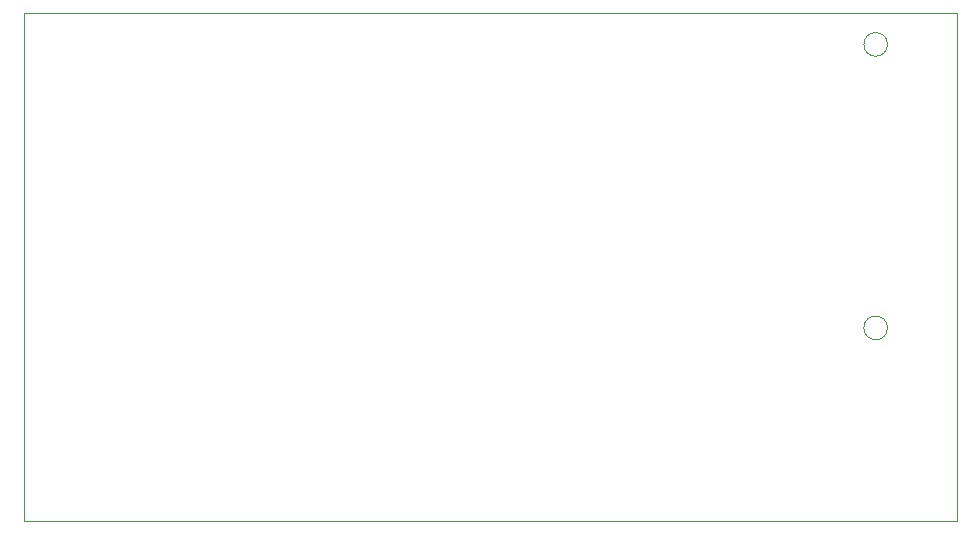
<source format=gm1>
%TF.GenerationSoftware,KiCad,Pcbnew,7.0.1*%
%TF.CreationDate,2023-03-22T16:32:41+01:00*%
%TF.ProjectId,iaq_device,6961715f-6465-4766-9963-652e6b696361,rev?*%
%TF.SameCoordinates,Original*%
%TF.FileFunction,Profile,NP*%
%FSLAX46Y46*%
G04 Gerber Fmt 4.6, Leading zero omitted, Abs format (unit mm)*
G04 Created by KiCad (PCBNEW 7.0.1) date 2023-03-22 16:32:41*
%MOMM*%
%LPD*%
G01*
G04 APERTURE LIST*
%TA.AperFunction,Profile*%
%ADD10C,0.050000*%
%TD*%
G04 APERTURE END LIST*
D10*
X172140000Y-100650000D02*
G75*
G03*
X172140000Y-100650000I-1000000J0D01*
G01*
X178000000Y-117000000D02*
X178000000Y-74000000D01*
X172140000Y-76650000D02*
G75*
G03*
X172140000Y-76650000I-1000000J0D01*
G01*
X178000000Y-117000000D02*
X99000000Y-117000000D01*
X99000000Y-117000000D02*
X99000000Y-74000000D01*
X99000000Y-74000000D02*
X178000000Y-74000000D01*
M02*

</source>
